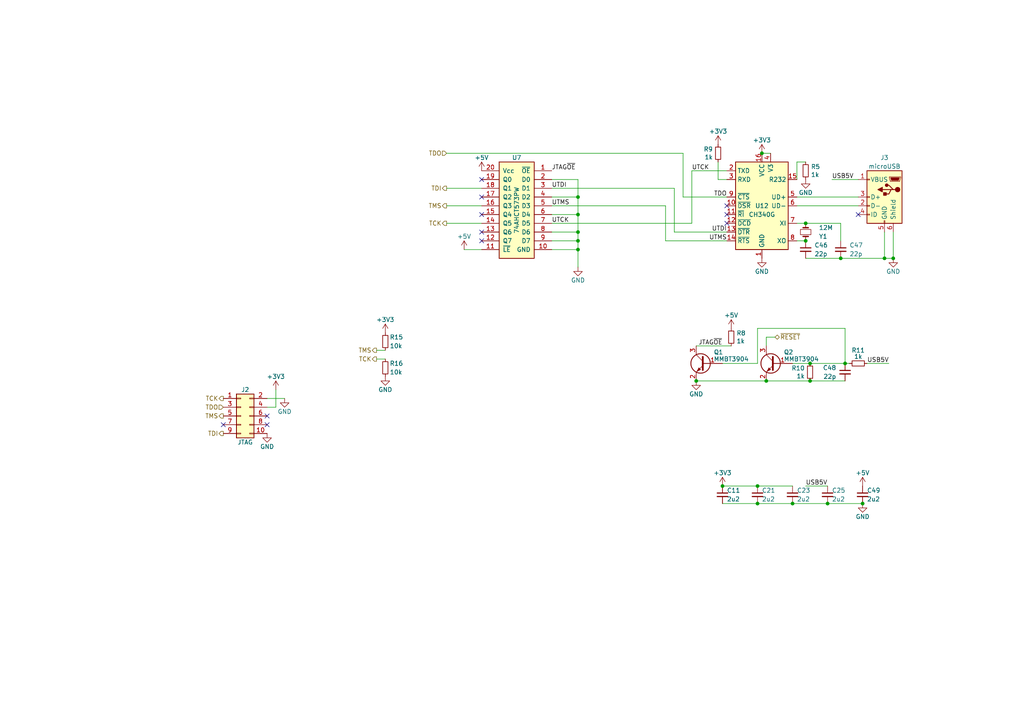
<source format=kicad_sch>
(kicad_sch (version 20211123) (generator eeschema)
  (paper "A4")
  (lib_symbols
    (symbol "Connector:USB_B_Micro" (pin_names (offset 1.016))
      (property "Reference" "J" (at -5.08 11.43 0))
      (property "Value" "USB_B_Micro" (at -5.08 8.89 0))
      (symbol "USB_B_Micro_0_1"
        (rectangle (start -5.08 -7.62) (end 5.08 7.62) (stroke (width 0.254)) (fill (type background)))
        (circle (center -3.81 2.159) (radius 0.635) (stroke (width 0.254)) (fill (type outline)))
        (circle (center -0.635 3.429) (radius 0.381) (stroke (width 0.254)) (fill (type outline)))
        (rectangle (start -0.127 -7.62) (end 0.127 -6.858))
        (polyline (pts (xy -1.905 2.159) (xy 0.635 2.159)) (stroke (width 0.254)))
        (polyline (pts (xy -3.175 2.159) (xy -2.54 2.159) (xy -1.27 3.429) (xy -0.635 3.429)) (stroke (width 0.254)))
        (polyline (pts (xy -2.54 2.159) (xy -1.905 2.159) (xy -1.27 0.889) (xy 0 0.889)) (stroke (width 0.254)))
        (polyline (pts (xy 0.635 2.794) (xy 0.635 1.524) (xy 1.905 2.159) (xy 0.635 2.794)) (stroke (width 0.254)) (fill (type outline)))
        (polyline (pts (xy -4.318 5.588) (xy -1.778 5.588) (xy -2.032 4.826) (xy -4.064 4.826) (xy -4.318 5.588)) (fill (type outline)))
        (polyline (pts (xy -4.699 5.842) (xy -4.699 5.588) (xy -4.445 4.826) (xy -4.445 4.572) (xy -1.651 4.572) (xy -1.651 4.826) (xy -1.397 5.588) (xy -1.397 5.842) (xy -4.699 5.842)))
        (rectangle (start 0.254 1.27) (end -0.508 0.508) (stroke (width 0.254)) (fill (type outline)))
        (rectangle (start 5.08 -5.207) (end 4.318 -4.953))
        (rectangle (start 5.08 -2.667) (end 4.318 -2.413))
        (rectangle (start 5.08 -0.127) (end 4.318 0.127))
        (rectangle (start 5.08 4.953) (end 4.318 5.207))
      )
      (symbol "USB_B_Micro_1_1"
        (pin power_out line (at 7.62 5.08 180) (length 2.54) (name "VBUS") (number "1"))
        (pin bidirectional line (at 7.62 -2.54 180) (length 2.54) (name "D-") (number "2"))
        (pin bidirectional line (at 7.62 0 180) (length 2.54) (name "D+") (number "3"))
        (pin passive line (at 7.62 -5.08 180) (length 2.54) (name "ID") (number "4"))
        (pin power_out line (at 0 -10.16 90) (length 2.54) (name "GND") (number "5"))
        (pin passive line (at -2.54 -10.16 90) (length 2.54) (name "Shield") (number "6"))
      )
    )
    (symbol "Connector_Generic:Conn_02x05_Odd_Even" (pin_names (offset 1.016) hide)
      (property "Reference" "J" (at 1.27 7.62 0))
      (property "Value" "Conn_02x05_Odd_Even" (at 1.27 -7.62 0))
      (symbol "Conn_02x05_Odd_Even_1_1"
        (rectangle (start -1.27 -4.953) (end 0 -5.207) (stroke (width 0.1524)))
        (rectangle (start -1.27 -2.413) (end 0 -2.667) (stroke (width 0.1524)))
        (rectangle (start -1.27 0.127) (end 0 -0.127) (stroke (width 0.1524)))
        (rectangle (start -1.27 2.667) (end 0 2.413) (stroke (width 0.1524)))
        (rectangle (start -1.27 5.207) (end 0 4.953) (stroke (width 0.1524)))
        (rectangle (start -1.27 6.35) (end 3.81 -6.35) (stroke (width 0.254)) (fill (type background)))
        (rectangle (start 3.81 -4.953) (end 2.54 -5.207) (stroke (width 0.1524)))
        (rectangle (start 3.81 -2.413) (end 2.54 -2.667) (stroke (width 0.1524)))
        (rectangle (start 3.81 0.127) (end 2.54 -0.127) (stroke (width 0.1524)))
        (rectangle (start 3.81 2.667) (end 2.54 2.413) (stroke (width 0.1524)))
        (rectangle (start 3.81 5.207) (end 2.54 4.953) (stroke (width 0.1524)))
        (pin passive line (at -5.08 5.08 0) (length 3.81) (name "Pin_1") (number "1"))
        (pin passive line (at 7.62 -5.08 180) (length 3.81) (name "Pin_10") (number "10"))
        (pin passive line (at 7.62 5.08 180) (length 3.81) (name "Pin_2") (number "2"))
        (pin passive line (at -5.08 2.54 0) (length 3.81) (name "Pin_3") (number "3"))
        (pin passive line (at 7.62 2.54 180) (length 3.81) (name "Pin_4") (number "4"))
        (pin passive line (at -5.08 0 0) (length 3.81) (name "Pin_5") (number "5"))
        (pin passive line (at 7.62 0 180) (length 3.81) (name "Pin_6") (number "6"))
        (pin passive line (at -5.08 -2.54 0) (length 3.81) (name "Pin_7") (number "7"))
        (pin passive line (at 7.62 -2.54 180) (length 3.81) (name "Pin_8") (number "8"))
        (pin passive line (at -5.08 -5.08 0) (length 3.81) (name "Pin_9") (number "9"))
      )
    )
    (symbol "Device:C_Small" (pin_numbers hide) (pin_names (offset 0.254) hide)
      (property "Reference" "C" (at 0.254 1.778 0))
      (property "Value" "C_Small" (at 0.254 -2.032 0))
      (symbol "C_Small_0_1"
        (polyline (pts (xy -1.524 -0.508) (xy 1.524 -0.508)) (stroke (width 0.3302)))
        (polyline (pts (xy -1.524 0.508) (xy 1.524 0.508)) (stroke (width 0.3048)))
      )
      (symbol "C_Small_1_1"
        (pin passive line (at 0 2.54 270) (length 2.032) (name "~") (number "1"))
        (pin passive line (at 0 -2.54 90) (length 2.032) (name "~") (number "2"))
      )
    )
    (symbol "Device:Crystal_Small" (pin_numbers hide) (pin_names (offset 1.016) hide)
      (property "Reference" "Y" (at 0 2.54 0))
      (property "Value" "Crystal_Small" (at 0 -2.54 0))
      (symbol "Crystal_Small_0_1"
        (rectangle (start -0.762 -1.524) (end 0.762 1.524))
        (polyline (pts (xy -1.27 -0.762) (xy -1.27 0.762)) (stroke (width 0.381)))
        (polyline (pts (xy 1.27 -0.762) (xy 1.27 0.762)) (stroke (width 0.381)))
      )
      (symbol "Crystal_Small_1_1"
        (pin passive line (at -2.54 0 0) (length 1.27) (name "1") (number "1"))
        (pin passive line (at 2.54 0 180) (length 1.27) (name "2") (number "2"))
      )
    )
    (symbol "Device:R_Small" (pin_numbers hide) (pin_names (offset 0.254) hide)
      (property "Reference" "R" (at 0.762 0.508 0))
      (property "Value" "R_Small" (at 0.762 -1.016 0))
      (symbol "R_Small_0_1"
        (rectangle (start -0.762 1.778) (end 0.762 -1.778) (stroke (width 0.2032)))
      )
      (symbol "R_Small_1_1"
        (pin passive line (at 0 2.54 270) (length 0.762) (name "~") (number "1"))
        (pin passive line (at 0 -2.54 90) (length 0.762) (name "~") (number "2"))
      )
    )
    (symbol "GW_Logic:74573" (pin_names (offset 1.016))
      (property "Reference" "U" (at 0 15.24 0))
      (property "Value" "74573" (at 0 -15.24 0))
      (symbol "74573_0_1"
        (rectangle (start -5.08 13.97) (end 5.08 -13.97) (stroke (width 0.254)) (fill (type background)))
      )
      (symbol "74573_1_1"
        (pin input line (at -10.16 11.43 0) (length 5.08) (name "~{OE}") (number "1"))
        (pin power_in line (at -10.16 -11.43 0) (length 5.08) (name "GND") (number "10"))
        (pin input line (at 10.16 -11.43 180) (length 5.08) (name "~{LE}") (number "11"))
        (pin tri_state line (at 10.16 -8.89 180) (length 5.08) (name "Q7") (number "12"))
        (pin tri_state line (at 10.16 -6.35 180) (length 5.08) (name "Q6") (number "13"))
        (pin tri_state line (at 10.16 -3.81 180) (length 5.08) (name "Q5") (number "14"))
        (pin tri_state line (at 10.16 -1.27 180) (length 5.08) (name "Q4") (number "15"))
        (pin tri_state line (at 10.16 1.27 180) (length 5.08) (name "Q3") (number "16"))
        (pin tri_state line (at 10.16 3.81 180) (length 5.08) (name "Q2") (number "17"))
        (pin tri_state line (at 10.16 6.35 180) (length 5.08) (name "Q1") (number "18"))
        (pin tri_state line (at 10.16 8.89 180) (length 5.08) (name "Q0") (number "19"))
        (pin input line (at -10.16 8.89 0) (length 5.08) (name "D0") (number "2"))
        (pin power_in line (at 10.16 11.43 180) (length 5.08) (name "Vcc") (number "20"))
        (pin input line (at -10.16 6.35 0) (length 5.08) (name "D1") (number "3"))
        (pin input line (at -10.16 3.81 0) (length 5.08) (name "D2") (number "4"))
        (pin input line (at -10.16 1.27 0) (length 5.08) (name "D3") (number "5"))
        (pin input line (at -10.16 -1.27 0) (length 5.08) (name "D4") (number "6"))
        (pin input line (at -10.16 -3.81 0) (length 5.08) (name "D5") (number "7"))
        (pin input line (at -10.16 -6.35 0) (length 5.08) (name "D6") (number "8"))
        (pin input line (at -10.16 -8.89 0) (length 5.08) (name "D7") (number "9"))
      )
    )
    (symbol "Interface_USB:CH340G"
      (property "Reference" "U" (at -5.08 13.97 0))
      (property "Value" "CH340G" (at 1.27 13.97 0))
      (symbol "CH340G_0_1"
        (rectangle (start -7.62 12.7) (end 7.62 -12.7) (stroke (width 0.254)) (fill (type background)))
      )
      (symbol "CH340G_1_1"
        (pin power_in line (at 0 -15.24 90) (length 2.54) (name "GND") (number "1"))
        (pin input line (at 10.16 0 180) (length 2.54) (name "~{DSR}") (number "10"))
        (pin input line (at 10.16 -2.54 180) (length 2.54) (name "~{RI}") (number "11"))
        (pin input line (at 10.16 -5.08 180) (length 2.54) (name "~{DCD}") (number "12"))
        (pin output line (at 10.16 -7.62 180) (length 2.54) (name "~{DTR}") (number "13"))
        (pin output line (at 10.16 -10.16 180) (length 2.54) (name "~{RTS}") (number "14"))
        (pin input line (at -10.16 7.62 0) (length 2.54) (name "R232") (number "15"))
        (pin power_in line (at 0 15.24 270) (length 2.54) (name "VCC") (number "16"))
        (pin output line (at 10.16 10.16 180) (length 2.54) (name "TXD") (number "2"))
        (pin input line (at 10.16 7.62 180) (length 2.54) (name "RXD") (number "3"))
        (pin passive line (at -2.54 15.24 270) (length 2.54) (name "V3") (number "4"))
        (pin bidirectional line (at -10.16 2.54 0) (length 2.54) (name "UD+") (number "5"))
        (pin bidirectional line (at -10.16 0 0) (length 2.54) (name "UD-") (number "6"))
        (pin input line (at -10.16 -5.08 0) (length 2.54) (name "XI") (number "7"))
        (pin output line (at -10.16 -10.16 0) (length 2.54) (name "XO") (number "8"))
        (pin input line (at 10.16 2.54 180) (length 2.54) (name "~{CTS}") (number "9"))
      )
    )
    (symbol "Transistor_BJT:MMBT3904" (pin_names (offset 0) hide)
      (property "Reference" "Q" (at 5.08 1.905 0))
      (property "Value" "MMBT3904" (at 5.08 0 0))
      (symbol "MMBT3904_0_1"
        (polyline (pts (xy 0.635 0.635) (xy 2.54 2.54)))
        (polyline (pts (xy 0.635 -0.635) (xy 2.54 -2.54) (xy 2.54 -2.54)))
        (polyline (pts (xy 0.635 1.905) (xy 0.635 -1.905) (xy 0.635 -1.905)) (stroke (width 0.508)))
        (polyline (pts (xy 1.27 -1.778) (xy 1.778 -1.27) (xy 2.286 -2.286) (xy 1.27 -1.778) (xy 1.27 -1.778)) (fill (type outline)))
        (circle (center 1.27 0) (radius 2.8194) (stroke (width 0.254)))
      )
      (symbol "MMBT3904_1_1"
        (pin input line (at -5.08 0 0) (length 5.715) (name "B") (number "1"))
        (pin passive line (at 2.54 -5.08 90) (length 2.54) (name "E") (number "2"))
        (pin passive line (at 2.54 5.08 270) (length 2.54) (name "C") (number "3"))
      )
    )
    (symbol "power:+3V3" (power) (pin_names (offset 0))
      (property "Value" "+3V3" (at 0 3.556 0))
      (symbol "+3V3_0_1"
        (polyline (pts (xy -0.762 1.27) (xy 0 2.54)))
        (polyline (pts (xy 0 0) (xy 0 2.54)))
        (polyline (pts (xy 0 2.54) (xy 0.762 1.27)))
      )
      (symbol "+3V3_1_1"
        (pin power_in line (at 0 0 90) (length 0) hide (name "+3V3") (number "1"))
      )
    )
    (symbol "power:+5V" (power) (pin_names (offset 0))
      (property "Value" "+5V" (at 0 3.556 0))
      (symbol "+5V_0_1"
        (polyline (pts (xy -0.762 1.27) (xy 0 2.54)))
        (polyline (pts (xy 0 0) (xy 0 2.54)))
        (polyline (pts (xy 0 2.54) (xy 0.762 1.27)))
      )
      (symbol "+5V_1_1"
        (pin power_in line (at 0 0 90) (length 0) hide (name "+5V") (number "1"))
      )
    )
    (symbol "power:GND" (power) (pin_names (offset 0))
      (property "Value" "GND" (at 0 -3.81 0))
      (symbol "GND_0_1"
        (polyline (pts (xy 0 0) (xy 0 -1.27) (xy 1.27 -1.27) (xy 0 -2.54) (xy -1.27 -1.27) (xy 0 -1.27)))
      )
      (symbol "GND_1_1"
        (pin power_in line (at 0 0 270) (length 0) hide (name "GND") (number "1"))
      )
    )
  )
  (junction (at 220.98 44.45))
  (junction (at 259.08 74.93))
  (junction (at 222.25 110.49))
  (junction (at 234.95 105.41))
  (junction (at 229.87 146.05))
  (junction (at 250.19 146.05))
  (junction (at 167.64 62.23))
  (junction (at 233.68 69.85))
  (junction (at 167.64 67.31))
  (junction (at 167.64 57.15))
  (junction (at 233.68 64.77))
  (junction (at 209.55 140.97))
  (junction (at 167.64 72.39))
  (junction (at 243.84 74.93))
  (junction (at 201.93 110.49))
  (junction (at 240.03 146.05))
  (junction (at 219.71 146.05))
  (junction (at 245.11 105.41))
  (junction (at 256.54 74.93))
  (junction (at 219.71 140.97))
  (junction (at 167.64 69.85))
  (junction (at 234.95 110.49))
  (no_connect (at 139.7 52.07))
  (no_connect (at 139.7 57.15))
  (no_connect (at 210.82 64.77))
  (no_connect (at 210.82 62.23))
  (no_connect (at 210.82 59.69))
  (no_connect (at 77.47 123.19))
  (no_connect (at 139.7 69.85))
  (no_connect (at 248.92 62.23))
  (no_connect (at 64.77 123.19))
  (no_connect (at 77.47 120.65))
  (no_connect (at 139.7 62.23))
  (no_connect (at 139.7 67.31))
  (wire (pts (xy 160.02 69.85) (xy 167.64 69.85)))
  (wire (pts (xy 233.68 64.77) (xy 231.14 64.77)))
  (wire (pts (xy 243.84 64.77) (xy 243.84 69.85)))
  (wire (pts (xy 77.47 115.57) (xy 82.55 115.57)))
  (wire (pts (xy 167.64 72.39) (xy 167.64 77.47)))
  (wire (pts (xy 219.71 95.25) (xy 245.11 95.25)))
  (wire (pts (xy 139.7 64.77) (xy 129.54 64.77)))
  (wire (pts (xy 222.25 97.79) (xy 222.25 100.33)))
  (wire (pts (xy 160.02 72.39) (xy 167.64 72.39)))
  (wire (pts (xy 231.14 59.69) (xy 248.92 59.69)))
  (wire (pts (xy 219.71 105.41) (xy 209.55 105.41)))
  (wire (pts (xy 231.14 69.85) (xy 233.68 69.85)))
  (wire (pts (xy 167.64 62.23) (xy 167.64 57.15)))
  (wire (pts (xy 233.68 74.93) (xy 243.84 74.93)))
  (wire (pts (xy 209.55 140.97) (xy 219.71 140.97)))
  (wire (pts (xy 229.87 140.97) (xy 219.71 140.97)))
  (wire (pts (xy 243.84 64.77) (xy 233.68 64.77)))
  (wire (pts (xy 198.12 44.45) (xy 198.12 57.15)))
  (wire (pts (xy 167.64 52.07) (xy 160.02 52.07)))
  (wire (pts (xy 139.7 59.69) (xy 129.54 59.69)))
  (wire (pts (xy 77.47 118.11) (xy 80.01 118.11)))
  (wire (pts (xy 234.95 105.41) (xy 245.11 105.41)))
  (wire (pts (xy 111.76 101.6) (xy 109.22 101.6)))
  (wire (pts (xy 210.82 69.85) (xy 193.04 69.85)))
  (wire (pts (xy 200.66 64.77) (xy 200.66 49.53)))
  (wire (pts (xy 234.95 110.49) (xy 245.11 110.49)))
  (wire (pts (xy 80.01 118.11) (xy 80.01 113.03)))
  (wire (pts (xy 201.93 100.33) (xy 212.09 100.33)))
  (wire (pts (xy 259.08 67.31) (xy 259.08 74.93)))
  (wire (pts (xy 240.03 140.97) (xy 233.68 140.97)))
  (wire (pts (xy 195.58 54.61) (xy 195.58 67.31)))
  (wire (pts (xy 167.64 57.15) (xy 167.64 52.07)))
  (wire (pts (xy 195.58 67.31) (xy 210.82 67.31)))
  (wire (pts (xy 109.22 104.14) (xy 111.76 104.14)))
  (wire (pts (xy 219.71 146.05) (xy 229.87 146.05)))
  (wire (pts (xy 139.7 54.61) (xy 129.54 54.61)))
  (wire (pts (xy 160.02 64.77) (xy 200.66 64.77)))
  (wire (pts (xy 256.54 67.31) (xy 256.54 74.93)))
  (wire (pts (xy 251.46 105.41) (xy 257.81 105.41)))
  (wire (pts (xy 243.84 74.93) (xy 256.54 74.93)))
  (wire (pts (xy 167.64 67.31) (xy 167.64 62.23)))
  (wire (pts (xy 259.08 74.93) (xy 256.54 74.93)))
  (wire (pts (xy 219.71 146.05) (xy 209.55 146.05)))
  (wire (pts (xy 241.3 52.07) (xy 248.92 52.07)))
  (wire (pts (xy 223.52 44.45) (xy 220.98 44.45)))
  (wire (pts (xy 160.02 54.61) (xy 195.58 54.61)))
  (wire (pts (xy 201.93 110.49) (xy 222.25 110.49)))
  (wire (pts (xy 160.02 59.69) (xy 193.04 59.69)))
  (wire (pts (xy 193.04 59.69) (xy 193.04 69.85)))
  (wire (pts (xy 198.12 57.15) (xy 210.82 57.15)))
  (wire (pts (xy 245.11 105.41) (xy 246.38 105.41)))
  (wire (pts (xy 229.87 146.05) (xy 240.03 146.05)))
  (wire (pts (xy 129.54 44.45) (xy 198.12 44.45)))
  (wire (pts (xy 222.25 110.49) (xy 234.95 110.49)))
  (wire (pts (xy 231.14 52.07) (xy 231.14 46.99)))
  (wire (pts (xy 160.02 62.23) (xy 167.64 62.23)))
  (wire (pts (xy 240.03 146.05) (xy 250.19 146.05)))
  (wire (pts (xy 229.87 105.41) (xy 234.95 105.41)))
  (wire (pts (xy 248.92 57.15) (xy 231.14 57.15)))
  (wire (pts (xy 208.28 46.99) (xy 208.28 52.07)))
  (wire (pts (xy 231.14 46.99) (xy 233.68 46.99)))
  (wire (pts (xy 224.79 97.79) (xy 222.25 97.79)))
  (wire (pts (xy 167.64 69.85) (xy 167.64 67.31)))
  (wire (pts (xy 160.02 57.15) (xy 167.64 57.15)))
  (wire (pts (xy 167.64 69.85) (xy 167.64 72.39)))
  (wire (pts (xy 134.62 72.39) (xy 139.7 72.39)))
  (wire (pts (xy 208.28 52.07) (xy 210.82 52.07)))
  (wire (pts (xy 219.71 95.25) (xy 219.71 105.41)))
  (wire (pts (xy 167.64 67.31) (xy 160.02 67.31)))
  (wire (pts (xy 245.11 105.41) (xy 245.11 95.25)))
  (wire (pts (xy 210.82 49.53) (xy 200.66 49.53)))
  (label "USB5V" (at 257.81 105.41 180))
  (label "UTDI" (at 160.02 54.61 0))
  (label "JTAG~{OE}" (at 160.02 49.53 0))
  (label "UTMS" (at 160.02 59.69 0))
  (label "USB5V" (at 241.3 52.07 0))
  (label "UTMS" (at 210.82 69.85 180))
  (label "JTAG~{OE}" (at 209.55 100.33 180))
  (label "TDO" (at 210.82 57.15 180))
  (label "UTDI" (at 210.82 67.31 180))
  (label "UTCK" (at 160.02 64.77 0))
  (label "UTCK" (at 200.66 49.53 0))
  (label "USB5V" (at 233.68 140.97 0))
  (hierarchical_label "TCK" (shape output) (at 64.77 115.57 180))
  (hierarchical_label "TCK" (shape output) (at 109.22 104.14 180))
  (hierarchical_label "TMS" (shape output) (at 109.22 101.6 180))
  (hierarchical_label "~{RESET}" (shape tri_state) (at 224.79 97.79 0))
  (hierarchical_label "TDI" (shape output) (at 64.77 125.73 180))
  (hierarchical_label "TMS" (shape output) (at 64.77 120.65 180))
  (hierarchical_label "TCK" (shape output) (at 129.54 64.77 180))
  (hierarchical_label "TMS" (shape output) (at 129.54 59.69 180))
  (hierarchical_label "TDI" (shape output) (at 129.54 54.61 180))
  (hierarchical_label "TDO" (shape input) (at 64.77 118.11 180))
  (hierarchical_label "TDO" (shape input) (at 129.54 44.45 180))
  (symbol (lib_id "Device:Crystal_Small") (at 233.68 67.31 270) (mirror x) (unit 1)
    (property "Reference" "Y1" (at 237.49 68.58 90) (effects (justify left)))
    (property "Value" "12M" (at 237.49 66.04 90) (effects (justify left)))
    (property "Footprint" "stdpads:Crystal_HC49-SMD" (effects hide))
    (property "LCSC Part" "C111117" (effects hide))
  )
  (symbol (lib_id "Connector_Generic:Conn_02x05_Odd_Even") (at 69.85 120.65 0)
    (property "Reference" "J2" (at 71.12 113.03 0))
    (property "Value" "JTAG" (at 71.12 128.27 0))
    (property "Footprint" "Connector:Tag-Connect_TC2050-IDC-FP_2x05_P1.27mm_Vertical" (effects hide))
  )
  (symbol (lib_id "power:+3V3") (at 80.01 113.03 0)
    (property "Reference" "#PWR0128" (effects hide))
    (property "Value" "+3V3" (at 80.01 109.22 0))
  )
  (symbol (lib_id "Interface_USB:CH340G") (at 220.98 59.69 0) (mirror y) (unit 1)
    (property "Reference" "U12" (at 220.98 59.69 0))
    (property "Value" "CH340G" (at 220.98 62.23 0))
    (property "Footprint" "stdpads:SOIC-16_3.9mm" (effects hide))
    (property "Datasheet" "http://www.datasheet5.com/pdf-local-2195953" (effects hide))
    (property "LCSC Part" "C14267" (effects hide))
  )
  (symbol (lib_id "Device:R_Small") (at 233.68 49.53 0) (unit 1)
    (property "Reference" "R5" (at 235.1786 48.3616 0) (effects (justify left)))
    (property "Value" "1k" (at 235.1786 50.673 0) (effects (justify left)))
    (property "Footprint" "stdpads:R_0603" (effects hide))
    (property "LCSC Part" "C21190" (effects hide))
  )
  (symbol (lib_id "power:GND") (at 233.68 52.07 0) (mirror y) (unit 1)
    (property "Reference" "#PWR0164" (effects hide))
    (property "Value" "GND" (at 233.68 55.88 0))
  )
  (symbol (lib_id "power:+3V3") (at 209.55 140.97 0) (unit 1)
    (property "Reference" "#PWR0202" (effects hide))
    (property "Value" "+3V3" (at 209.55 137.16 0))
  )
  (symbol (lib_id "Device:C_Small") (at 209.55 143.51 0) (unit 1)
    (property "Reference" "C11" (at 210.82 142.24 0) (effects (justify left)))
    (property "Value" "2u2" (at 210.82 144.78 0) (effects (justify left)))
    (property "Footprint" "stdpads:C_0603" (effects hide))
    (property "LCSC Part" "C23630" (effects hide))
  )
  (symbol (lib_id "Device:C_Small") (at 219.71 143.51 0) (unit 1)
    (property "Reference" "C21" (at 220.98 142.24 0) (effects (justify left)))
    (property "Value" "2u2" (at 220.98 144.78 0) (effects (justify left)))
    (property "Footprint" "stdpads:C_0603" (effects hide))
    (property "LCSC Part" "C23630" (effects hide))
  )
  (symbol (lib_id "Device:C_Small") (at 229.87 143.51 0) (unit 1)
    (property "Reference" "C23" (at 231.14 142.24 0) (effects (justify left)))
    (property "Value" "2u2" (at 231.14 144.78 0) (effects (justify left)))
    (property "Footprint" "stdpads:C_0603" (effects hide))
    (property "LCSC Part" "C23630" (effects hide))
  )
  (symbol (lib_id "Device:C_Small") (at 240.03 143.51 0) (unit 1)
    (property "Reference" "C25" (at 241.3 142.24 0) (effects (justify left)))
    (property "Value" "2u2" (at 241.3 144.78 0) (effects (justify left)))
    (property "Footprint" "stdpads:C_0603" (effects hide))
    (property "LCSC Part" "C23630" (effects hide))
  )
  (symbol (lib_id "power:GND") (at 259.08 74.93 0) (mirror y) (unit 1)
    (property "Reference" "#PWR0165" (effects hide))
    (property "Value" "GND" (at 259.08 78.74 0))
  )
  (symbol (lib_id "power:GND") (at 77.47 125.73 0)
    (property "Reference" "#PWR0127" (effects hide))
    (property "Value" "GND" (at 77.47 129.54 0))
  )
  (symbol (lib_id "Device:C_Small") (at 233.68 72.39 0) (unit 1)
    (property "Reference" "C46" (at 236.22 71.12 0) (effects (justify left)))
    (property "Value" "22p" (at 236.22 73.66 0) (effects (justify left)))
    (property "Footprint" "stdpads:C_0603" (effects hide))
    (property "LCSC Part" "C1653" (effects hide))
  )
  (symbol (lib_id "Device:C_Small") (at 243.84 72.39 0) (unit 1)
    (property "Reference" "C47" (at 246.38 71.12 0) (effects (justify left)))
    (property "Value" "22p" (at 246.38 73.66 0) (effects (justify left)))
    (property "Footprint" "stdpads:C_0603" (effects hide))
    (property "LCSC Part" "C1653" (effects hide))
  )
  (symbol (lib_id "Connector:USB_B_Micro") (at 256.54 57.15 0) (mirror y) (unit 1)
    (property "Reference" "J3" (at 256.54 45.72 0))
    (property "Value" "microUSB" (at 256.54 48.26 0))
    (property "Footprint" "stdpads:USB_Micro-B_ShouHan_MicroXNJ" (effects hide))
    (property "LCSC Part" "C404969" (effects hide))
  )
  (symbol (lib_id "power:GND") (at 82.55 115.57 0)
    (property "Reference" "#PWR0204" (effects hide))
    (property "Value" "GND" (at 82.55 119.38 0))
  )
  (symbol (lib_id "power:+3V3") (at 208.28 41.91 0) (unit 1)
    (property "Reference" "#PWR0185" (effects hide))
    (property "Value" "+3V3" (at 208.28 38.1 0))
  )
  (symbol (lib_id "GW_Logic:74573") (at 149.86 60.96 0) (mirror y) (unit 1)
    (property "Reference" "U7" (at 149.86 45.72 0))
    (property "Value" "74AHCT573PW" (at 149.86 60.96 90))
    (property "Footprint" "stdpads:TSSOP-20_4.4x6.5mm_P0.65mm" (effects hide))
    (property "LCSC Part" "C141311" (effects hide))
  )
  (symbol (lib_id "Transistor_BJT:MMBT3904") (at 224.79 105.41 0) (mirror y) (unit 1)
    (property "Reference" "Q2" (at 227.33 102.87 0) (effects (justify right bottom)))
    (property "Value" "MMBT3904" (at 227.33 104.14 0) (effects (justify right)))
    (property "Footprint" "stdpads:SOT-23" (effects hide))
    (property "Datasheet" "https://www.onsemi.com/pub/Collateral/2N3903-D.PDF" (effects hide))
  )
  (symbol (lib_id "Device:R_Small") (at 234.95 107.95 0) (mirror y) (unit 1)
    (property "Reference" "R10" (at 233.4514 106.7816 0) (effects (justify left)))
    (property "Value" "1k" (at 233.4514 109.093 0) (effects (justify left)))
    (property "Footprint" "stdpads:R_0603" (effects hide))
    (property "LCSC Part" "C21190" (effects hide))
  )
  (symbol (lib_id "Device:R_Small") (at 248.92 105.41 90) (mirror x) (unit 1)
    (property "Reference" "R11" (at 248.92 101.6 90))
    (property "Value" "1k" (at 248.92 104.14 90) (effects (justify bottom)))
    (property "Footprint" "stdpads:R_0603" (effects hide))
    (property "LCSC Part" "C21190" (effects hide))
  )
  (symbol (lib_id "Device:C_Small") (at 245.11 107.95 0) (mirror y) (unit 1)
    (property "Reference" "C48" (at 242.57 106.68 0) (effects (justify left)))
    (property "Value" "22p" (at 242.57 109.22 0) (effects (justify left)))
    (property "Footprint" "stdpads:C_0603" (effects hide))
    (property "LCSC Part" "C1653" (effects hide))
  )
  (symbol (lib_id "power:GND") (at 201.93 110.49 0)
    (property "Reference" "#PWR0196" (effects hide))
    (property "Value" "GND" (at 201.93 114.3 0))
  )
  (symbol (lib_id "Transistor_BJT:MMBT3904") (at 204.47 105.41 0) (mirror y) (unit 1)
    (property "Reference" "Q1" (at 207.01 102.87 0) (effects (justify right bottom)))
    (property "Value" "MMBT3904" (at 207.01 104.14 0) (effects (justify right)))
    (property "Footprint" "stdpads:SOT-23" (effects hide))
    (property "Datasheet" "https://www.onsemi.com/pub/Collateral/2N3903-D.PDF" (effects hide))
  )
  (symbol (lib_id "power:GND") (at 167.64 77.47 0) (mirror y) (unit 1)
    (property "Reference" "#PWR0172" (effects hide))
    (property "Value" "GND" (at 167.64 81.28 0))
  )
  (symbol (lib_id "Device:R_Small") (at 212.09 97.79 0) (unit 1)
    (property "Reference" "R8" (at 213.5886 96.6216 0) (effects (justify left)))
    (property "Value" "1k" (at 213.5886 98.933 0) (effects (justify left)))
    (property "Footprint" "stdpads:R_0603" (effects hide))
    (property "LCSC Part" "C21190" (effects hide))
  )
  (symbol (lib_id "power:+5V") (at 139.7 49.53 0) (unit 1)
    (property "Reference" "#PWR0197" (effects hide))
    (property "Value" "+5V" (at 139.7 45.72 0))
  )
  (symbol (lib_id "power:+5V") (at 212.09 95.25 0) (unit 1)
    (property "Reference" "#PWR0198" (effects hide))
    (property "Value" "+5V" (at 212.09 91.44 0))
  )
  (symbol (lib_id "power:GND") (at 250.19 146.05 0) (mirror y) (unit 1)
    (property "Reference" "#PWR0199" (effects hide))
    (property "Value" "GND" (at 250.19 149.86 0))
  )
  (symbol (lib_id "Device:C_Small") (at 250.19 143.51 0) (unit 1)
    (property "Reference" "C49" (at 251.46 142.24 0) (effects (justify left)))
    (property "Value" "2u2" (at 251.46 144.78 0) (effects (justify left)))
    (property "Footprint" "stdpads:C_0603" (effects hide))
    (property "LCSC Part" "C23630" (effects hide))
  )
  (symbol (lib_id "power:+5V") (at 250.19 140.97 0) (unit 1)
    (property "Reference" "#PWR0150" (effects hide))
    (property "Value" "+5V" (at 250.19 137.16 0))
  )
  (symbol (lib_id "power:GND") (at 220.98 74.93 0) (mirror y) (unit 1)
    (property "Reference" "#PWR0162" (effects hide))
    (property "Value" "GND" (at 220.98 78.74 0))
  )
  (symbol (lib_id "power:+3V3") (at 220.98 44.45 0) (mirror y) (unit 1)
    (property "Reference" "#PWR0140" (effects hide))
    (property "Value" "+3V3" (at 220.98 40.64 0))
  )
  (symbol (lib_id "Device:R_Small") (at 208.28 44.45 0) (mirror y) (unit 1)
    (property "Reference" "R9" (at 206.7814 43.2816 0) (effects (justify left)))
    (property "Value" "1k" (at 206.7814 45.593 0) (effects (justify left)))
    (property "Footprint" "stdpads:R_0603" (effects hide))
    (property "LCSC Part" "C21190" (effects hide))
  )
  (symbol (lib_id "Device:R_Small") (at 111.76 106.68 0) (mirror y) (unit 1)
    (property "Reference" "R16" (at 113.03 105.41 0) (effects (justify right)))
    (property "Value" "10k" (at 113.03 107.95 0) (effects (justify right)))
    (property "Footprint" "stdpads:R_0603" (effects hide))
    (property "LCSC Part" "C25804" (effects hide))
  )
  (symbol (lib_id "Device:R_Small") (at 111.76 99.06 0) (mirror y) (unit 1)
    (property "Reference" "R15" (at 113.03 97.79 0) (effects (justify right)))
    (property "Value" "10k" (at 113.03 100.33 0) (effects (justify right)))
    (property "Footprint" "stdpads:R_0603" (effects hide))
    (property "LCSC Part" "C25804" (effects hide))
  )
  (symbol (lib_id "power:+3V3") (at 111.76 96.52 0) (unit 1)
    (property "Reference" "#PWR0205" (effects hide))
    (property "Value" "+3V3" (at 111.76 92.71 0))
  )
  (symbol (lib_id "power:GND") (at 111.76 109.22 0)
    (property "Reference" "#PWR0206" (effects hide))
    (property "Value" "GND" (at 111.76 113.03 0))
  )
  (symbol (lib_id "power:+5V") (at 134.62 72.39 0) (unit 1)
    (property "Reference" "#PWR0163" (effects hide))
    (property "Value" "+5V" (at 134.62 68.58 0))
  )
)
</source>
